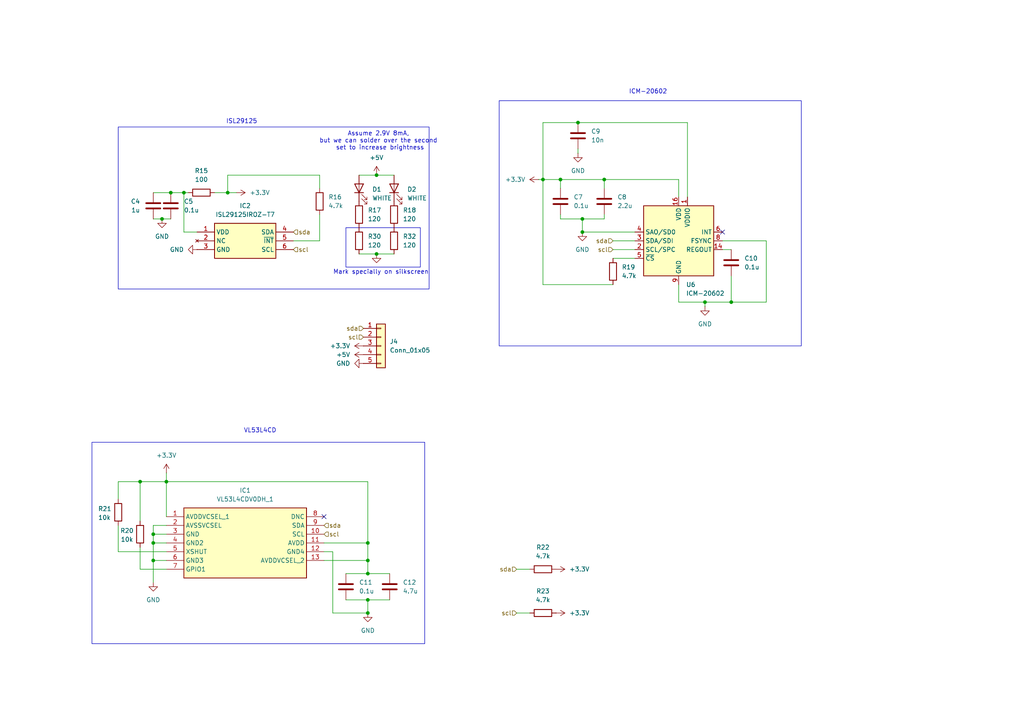
<source format=kicad_sch>
(kicad_sch (version 20250114) (generator "eeschema") (generator_version "9.0")
  (paper "A4")
  (lib_symbols
    (symbol "Connector_Generic:Conn_01x05" (pin_names (offset 1.016) (hide yes))
      (property "Reference" "J" (at 0 7.62 0))
      (property "Value" "Conn_01x05" (at 0 -7.62 0))
      (symbol "Conn_01x05_1_1"
        (rectangle (start -1.27 6.35) (end 1.27 -6.35) (stroke (width 0.254)) (fill (type background)))
        (rectangle (start -1.27 5.207) (end 0 4.953) (stroke (width 0.1524)))
        (rectangle (start -1.27 2.667) (end 0 2.413) (stroke (width 0.1524)))
        (rectangle (start -1.27 0.127) (end 0 -0.127) (stroke (width 0.1524)))
        (rectangle (start -1.27 -2.413) (end 0 -2.667) (stroke (width 0.1524)))
        (rectangle (start -1.27 -4.953) (end 0 -5.207) (stroke (width 0.1524)))
        (pin passive line (at -5.08 5.08 0) (length 3.81) (name "Pin_1") (number "1"))
        (pin passive line (at -5.08 2.54 0) (length 3.81) (name "Pin_2") (number "2"))
        (pin passive line (at -5.08 0 0) (length 3.81) (name "Pin_3") (number "3"))
        (pin passive line (at -5.08 -2.54 0) (length 3.81) (name "Pin_4") (number "4"))
        (pin passive line (at -5.08 -5.08 0) (length 3.81) (name "Pin_5") (number "5"))
      )
    )
    (symbol "Device:C" (pin_numbers (hide yes)) (pin_names (offset 0.254))
      (property "Reference" "C" (at 0.635 2.54 0))
      (property "Value" "C" (at 0.635 -2.54 0))
      (symbol "C_0_1"
        (polyline (pts (xy -2.032 0.762) (xy 2.032 0.762)) (stroke (width 0.508)))
        (polyline (pts (xy -2.032 -0.762) (xy 2.032 -0.762)) (stroke (width 0.508)))
      )
      (symbol "C_1_1"
        (pin passive line (at 0 3.81 270) (length 2.794) (name "~") (number "1"))
        (pin passive line (at 0 -3.81 90) (length 2.794) (name "~") (number "2"))
      )
    )
    (symbol "Device:LED" (pin_numbers (hide yes)) (pin_names (offset 1.016) (hide yes))
      (property "Reference" "D" (at 0 2.54 0))
      (property "Value" "LED" (at 0 -2.54 0))
      (symbol "LED_0_1"
        (polyline (pts (xy -3.048 -0.762) (xy -4.572 -2.286) (xy -3.81 -2.286) (xy -4.572 -2.286) (xy -4.572 -1.524)))
        (polyline (pts (xy -1.778 -0.762) (xy -3.302 -2.286) (xy -2.54 -2.286) (xy -3.302 -2.286) (xy -3.302 -1.524)))
        (polyline (pts (xy -1.27 0) (xy 1.27 0)))
        (polyline (pts (xy -1.27 -1.27) (xy -1.27 1.27)) (stroke (width 0.254)))
        (polyline (pts (xy 1.27 -1.27) (xy 1.27 1.27) (xy -1.27 0) (xy 1.27 -1.27)) (stroke (width 0.254)))
      )
      (symbol "LED_1_1"
        (pin passive line (at -3.81 0 0) (length 2.54) (name "K") (number "1"))
        (pin passive line (at 3.81 0 180) (length 2.54) (name "A") (number "2"))
      )
    )
    (symbol "Device:R" (pin_numbers (hide yes)) (pin_names (offset 0))
      (property "Reference" "R" (at 2.032 0 90))
      (property "Value" "R" (at 0 0 90))
      (symbol "R_0_1"
        (rectangle (start -1.016 -2.54) (end 1.016 2.54) (stroke (width 0.254)))
      )
      (symbol "R_1_1"
        (pin passive line (at 0 3.81 270) (length 1.27) (name "~") (number "1"))
        (pin passive line (at 0 -3.81 90) (length 1.27) (name "~") (number "2"))
      )
    )
    (symbol "ISL29125:ISL29125IROZ-T7"
      (property "Reference" "IC" (at 24.13 7.62 0))
      (property "Value" "ISL29125IROZ-T7" (at 24.13 5.08 0))
      (symbol "ISL29125IROZ-T7_1_1"
        (rectangle (start 5.08 2.54) (end 22.86 -7.62) (stroke (width 0.254)) (fill (type background)))
        (pin passive line (at 0 0 0) (length 5.08) (name "VDD") (number "1"))
        (pin no_connect line (at 0 -2.54 0) (length 5.08) (name "NC") (number "2"))
        (pin passive line (at 0 -5.08 0) (length 5.08) (name "GND") (number "3"))
        (pin passive line (at 27.94 0 180) (length 5.08) (name "SDA") (number "4"))
        (pin passive line (at 27.94 -2.54 180) (length 5.08) (name "~{INT}") (number "5"))
        (pin passive line (at 27.94 -5.08 180) (length 5.08) (name "SCL") (number "6"))
      )
    )
    (symbol "Sensor_Motion:ICM-20602"
      (property "Reference" "U" (at -10.16 11.43 0))
      (property "Value" "ICM-20602" (at 10.16 11.43 0))
      (symbol "ICM-20602_0_1"
        (rectangle (start -10.16 10.16) (end 10.16 -10.16) (stroke (width 0.254)) (fill (type background)))
      )
      (symbol "ICM-20602_1_1"
        (pin bidirectional line (at -12.7 2.54 0) (length 2.54) (name "SAO/SD0") (number "4"))
        (pin bidirectional line (at -12.7 0 0) (length 2.54) (name "SDA/SDI") (number "3"))
        (pin input line (at -12.7 -2.54 0) (length 2.54) (name "SCL/SPC") (number "2"))
        (pin input line (at -12.7 -5.08 0) (length 2.54) (name "~{CS}") (number "5"))
        (pin no_connect line (at -10.16 5.08 0) (length 2.54) (hide yes) (name "RESV") (number "7"))
        (pin power_in line (at 0 12.7 270) (length 2.54) (name "VDD") (number "16"))
        (pin passive line (at 0 -12.7 90) (length 2.54) (hide yes) (name "GND") (number "10"))
        (pin passive line (at 0 -12.7 90) (length 2.54) (hide yes) (name "GND") (number "11"))
        (pin passive line (at 0 -12.7 90) (length 2.54) (hide yes) (name "GND") (number "12"))
        (pin passive line (at 0 -12.7 90) (length 2.54) (hide yes) (name "GND") (number "13"))
        (pin passive line (at 0 -12.7 90) (length 2.54) (hide yes) (name "GND") (number "15"))
        (pin power_in line (at 0 -12.7 90) (length 2.54) (name "GND") (number "9"))
        (pin power_in line (at 2.54 12.7 270) (length 2.54) (name "VDDIO") (number "1"))
        (pin output line (at 12.7 2.54 180) (length 2.54) (name "INT") (number "6"))
        (pin input line (at 12.7 0 180) (length 2.54) (name "FSYNC") (number "8"))
        (pin passive line (at 12.7 -2.54 180) (length 2.54) (name "REGOUT") (number "14"))
      )
    )
    (symbol "VL53L4CDV0DH_1:VL53L4CDV0DH_1"
      (property "Reference" "IC" (at 41.91 7.62 0))
      (property "Value" "VL53L4CDV0DH_1" (at 41.91 5.08 0))
      (symbol "VL53L4CDV0DH_1_1_1"
        (rectangle (start 5.08 2.54) (end 40.64 -17.78) (stroke (width 0.254)) (fill (type background)))
        (pin passive line (at 0 0 0) (length 5.08) (name "AVDDVCSEL_1") (number "1"))
        (pin passive line (at 0 -2.54 0) (length 5.08) (name "AVSSVCSEL") (number "2"))
        (pin passive line (at 0 -5.08 0) (length 5.08) (name "GND") (number "3"))
        (pin passive line (at 0 -7.62 0) (length 5.08) (name "GND2") (number "4"))
        (pin passive line (at 0 -10.16 0) (length 5.08) (name "XSHUT") (number "5"))
        (pin passive line (at 0 -12.7 0) (length 5.08) (name "GND3") (number "6"))
        (pin passive line (at 0 -15.24 0) (length 5.08) (name "GPIO1") (number "7"))
        (pin passive line (at 45.72 0 180) (length 5.08) (name "DNC") (number "8"))
        (pin passive line (at 45.72 -2.54 180) (length 5.08) (name "SDA") (number "9"))
        (pin passive line (at 45.72 -5.08 180) (length 5.08) (name "SCL") (number "10"))
        (pin passive line (at 45.72 -7.62 180) (length 5.08) (name "AVDD") (number "11"))
        (pin passive line (at 45.72 -10.16 180) (length 5.08) (name "GND4") (number "12"))
        (pin passive line (at 45.72 -12.7 180) (length 5.08) (name "AVDDVCSEL_2") (number "13"))
      )
    )
    (symbol "power:+3.3V" (power) (pin_numbers (hide yes)) (pin_names (offset 0) (hide yes))
      (property "Value" "+3.3V" (at 0 3.556 0))
      (symbol "+3.3V_0_1"
        (polyline (pts (xy -0.762 1.27) (xy 0 2.54)))
        (polyline (pts (xy 0 2.54) (xy 0.762 1.27)))
        (polyline (pts (xy 0 0) (xy 0 2.54)))
      )
      (symbol "+3.3V_1_1"
        (pin power_in line (at 0 0 90) (length 0) (name "~") (number "1"))
      )
    )
    (symbol "power:+3V3" (power) (pin_numbers (hide yes)) (pin_names (offset 0) (hide yes))
      (property "Value" "+3V3" (at 0 3.556 0))
      (symbol "+3V3_0_1"
        (polyline (pts (xy -0.762 1.27) (xy 0 2.54)))
        (polyline (pts (xy 0 2.54) (xy 0.762 1.27)))
        (polyline (pts (xy 0 0) (xy 0 2.54)))
      )
      (symbol "+3V3_1_1"
        (pin power_in line (at 0 0 90) (length 0) (name "~") (number "1"))
      )
    )
    (symbol "power:+5V" (power) (pin_numbers (hide yes)) (pin_names (offset 0) (hide yes))
      (property "Value" "+5V" (at 0 3.556 0))
      (symbol "+5V_0_1"
        (polyline (pts (xy -0.762 1.27) (xy 0 2.54)))
        (polyline (pts (xy 0 2.54) (xy 0.762 1.27)))
        (polyline (pts (xy 0 0) (xy 0 2.54)))
      )
      (symbol "+5V_1_1"
        (pin power_in line (at 0 0 90) (length 0) (name "~") (number "1"))
      )
    )
    (symbol "power:GND" (power) (pin_numbers (hide yes)) (pin_names (offset 0) (hide yes))
      (property "Value" "GND" (at 0 -3.81 0))
      (symbol "GND_0_1"
        (polyline (pts (xy 0 0) (xy 0 -1.27) (xy 1.27 -1.27) (xy 0 -2.54) (xy -1.27 -1.27) (xy 0 -1.27)))
      )
      (symbol "GND_1_1"
        (pin power_in line (at 0 0 270) (length 0) (name "~") (number "1"))
      )
    )
  )
  (rectangle (start 26.67 128.27) (end 123.19 186.69))
  (rectangle (start 34.29 36.83) (end 124.46 83.82))
  (rectangle (start 100.33 66.04) (end 121.92 77.47))
  (rectangle (start 144.78 29.21) (end 232.41 100.33))
  (text "Mark specially on silkscreen" (at 110.49 78.994 0) (effects (font (size 1.27 1.27))))
  (text "VL53L4CD\n" (at 75.438 124.968 0) (effects (font (size 1.27 1.27))))
  (text "ICM-20602\n" (at 187.96 26.67 0) (effects (font (size 1.27 1.27))))
  (text "Assume 2.9V 8mA, \nbut we can solder over the second \nset to increase brightness" (at 110.236 40.894 0) (effects (font (size 1.27 1.27))))
  (text "ISL29125\n" (at 70.104 35.306 0) (effects (font (size 1.27 1.27))))
  (junction (at 53.34 55.88))
  (junction (at 44.45 162.56))
  (junction (at 109.22 50.8))
  (junction (at 167.64 35.56))
  (junction (at 212.09 87.63))
  (junction (at 175.26 52.07))
  (junction (at 40.64 139.7))
  (junction (at 106.68 166.37))
  (junction (at 168.91 67.31))
  (junction (at 46.99 63.5))
  (junction (at 66.04 55.88))
  (junction (at 106.68 162.56))
  (junction (at 49.53 55.88))
  (junction (at 168.91 63.5))
  (junction (at 204.47 87.63))
  (junction (at 48.26 139.7))
  (junction (at 106.68 177.8))
  (junction (at 109.22 73.66))
  (junction (at 44.45 157.48))
  (junction (at 157.48 52.07))
  (junction (at 106.68 157.48))
  (junction (at 44.45 154.94))
  (junction (at 106.68 173.99))
  (junction (at 162.56 52.07))
  (no_connect (at 209.55 67.31))
  (no_connect (at 93.98 149.86))
  (wire (pts (xy 196.85 82.55) (xy 196.85 87.63)))
  (wire (pts (xy 177.8 72.39) (xy 184.15 72.39)))
  (wire (pts (xy 222.25 87.63) (xy 212.09 87.63)))
  (wire (pts (xy 222.25 69.85) (xy 222.25 87.63)))
  (wire (pts (xy 53.34 55.88) (xy 53.34 67.31)))
  (wire (pts (xy 40.64 165.1) (xy 40.64 158.75)))
  (wire (pts (xy 66.04 55.88) (xy 68.58 55.88)))
  (wire (pts (xy 93.98 160.02) (xy 96.52 160.02)))
  (wire (pts (xy 204.47 87.63) (xy 204.47 88.9)))
  (wire (pts (xy 204.47 87.63) (xy 212.09 87.63)))
  (wire (pts (xy 44.45 152.4) (xy 44.45 154.94)))
  (wire (pts (xy 40.64 139.7) (xy 40.64 151.13)))
  (wire (pts (xy 209.55 72.39) (xy 212.09 72.39)))
  (wire (pts (xy 177.8 74.93) (xy 184.15 74.93)))
  (wire (pts (xy 156.21 52.07) (xy 157.48 52.07)))
  (wire (pts (xy 85.09 69.85) (xy 92.71 69.85)))
  (wire (pts (xy 175.26 52.07) (xy 196.85 52.07)))
  (wire (pts (xy 48.26 139.7) (xy 106.68 139.7)))
  (wire (pts (xy 196.85 52.07) (xy 196.85 57.15)))
  (wire (pts (xy 100.33 166.37) (xy 106.68 166.37)))
  (wire (pts (xy 44.45 162.56) (xy 44.45 168.91)))
  (wire (pts (xy 167.64 44.45) (xy 167.64 43.18)))
  (wire (pts (xy 177.8 82.55) (xy 157.48 82.55)))
  (wire (pts (xy 199.39 35.56) (xy 167.64 35.56)))
  (wire (pts (xy 177.8 69.85) (xy 184.15 69.85)))
  (wire (pts (xy 149.86 165.1) (xy 153.67 165.1)))
  (wire (pts (xy 96.52 160.02) (xy 96.52 177.8)))
  (wire (pts (xy 48.26 137.16) (xy 48.26 139.7)))
  (wire (pts (xy 53.34 55.88) (xy 54.61 55.88)))
  (wire (pts (xy 109.22 73.66) (xy 114.3 73.66)))
  (wire (pts (xy 92.71 50.8) (xy 92.71 54.61)))
  (wire (pts (xy 106.68 177.8) (xy 106.68 173.99)))
  (wire (pts (xy 48.26 165.1) (xy 40.64 165.1)))
  (wire (pts (xy 162.56 63.5) (xy 162.56 62.23)))
  (wire (pts (xy 44.45 157.48) (xy 48.26 157.48)))
  (wire (pts (xy 104.14 73.66) (xy 109.22 73.66)))
  (wire (pts (xy 162.56 54.61) (xy 162.56 52.07)))
  (wire (pts (xy 106.68 173.99) (xy 113.03 173.99)))
  (wire (pts (xy 92.71 50.8) (xy 66.04 50.8)))
  (wire (pts (xy 109.22 50.8) (xy 114.3 50.8)))
  (wire (pts (xy 44.45 55.88) (xy 49.53 55.88)))
  (wire (pts (xy 106.68 139.7) (xy 106.68 157.48)))
  (wire (pts (xy 46.99 63.5) (xy 49.53 63.5)))
  (wire (pts (xy 93.98 162.56) (xy 106.68 162.56)))
  (wire (pts (xy 34.29 160.02) (xy 48.26 160.02)))
  (wire (pts (xy 168.91 63.5) (xy 168.91 67.31)))
  (wire (pts (xy 175.26 54.61) (xy 175.26 52.07)))
  (wire (pts (xy 199.39 57.15) (xy 199.39 35.56)))
  (wire (pts (xy 34.29 144.78) (xy 34.29 139.7)))
  (wire (pts (xy 149.86 177.8) (xy 153.67 177.8)))
  (wire (pts (xy 104.14 50.8) (xy 109.22 50.8)))
  (wire (pts (xy 48.26 139.7) (xy 48.26 149.86)))
  (wire (pts (xy 34.29 139.7) (xy 40.64 139.7)))
  (wire (pts (xy 212.09 87.63) (xy 212.09 80.01)))
  (wire (pts (xy 157.48 35.56) (xy 167.64 35.56)))
  (wire (pts (xy 157.48 52.07) (xy 157.48 35.56)))
  (wire (pts (xy 168.91 63.5) (xy 175.26 63.5)))
  (wire (pts (xy 34.29 152.4) (xy 34.29 160.02)))
  (wire (pts (xy 106.68 166.37) (xy 113.03 166.37)))
  (wire (pts (xy 162.56 52.07) (xy 175.26 52.07)))
  (wire (pts (xy 62.23 55.88) (xy 66.04 55.88)))
  (wire (pts (xy 157.48 52.07) (xy 162.56 52.07)))
  (wire (pts (xy 44.45 154.94) (xy 48.26 154.94)))
  (wire (pts (xy 106.68 166.37) (xy 106.68 162.56)))
  (wire (pts (xy 66.04 50.8) (xy 66.04 55.88)))
  (wire (pts (xy 57.15 67.31) (xy 53.34 67.31)))
  (wire (pts (xy 44.45 63.5) (xy 46.99 63.5)))
  (wire (pts (xy 196.85 87.63) (xy 204.47 87.63)))
  (wire (pts (xy 49.53 55.88) (xy 53.34 55.88)))
  (wire (pts (xy 106.68 157.48) (xy 106.68 162.56)))
  (wire (pts (xy 157.48 82.55) (xy 157.48 52.07)))
  (wire (pts (xy 162.56 63.5) (xy 168.91 63.5)))
  (wire (pts (xy 44.45 154.94) (xy 44.45 157.48)))
  (wire (pts (xy 96.52 177.8) (xy 106.68 177.8)))
  (wire (pts (xy 48.26 152.4) (xy 44.45 152.4)))
  (wire (pts (xy 100.33 173.99) (xy 106.68 173.99)))
  (wire (pts (xy 93.98 157.48) (xy 106.68 157.48)))
  (wire (pts (xy 175.26 63.5) (xy 175.26 62.23)))
  (wire (pts (xy 44.45 162.56) (xy 48.26 162.56)))
  (wire (pts (xy 40.64 139.7) (xy 48.26 139.7)))
  (wire (pts (xy 168.91 67.31) (xy 184.15 67.31)))
  (wire (pts (xy 209.55 69.85) (xy 222.25 69.85)))
  (wire (pts (xy 92.71 62.23) (xy 92.71 69.85)))
  (wire (pts (xy 44.45 157.48) (xy 44.45 162.56)))
  (hierarchical_label "sda" (shape input) (at 93.98 152.4 0))
  (hierarchical_label "scl" (shape input) (at 149.86 177.8 180))
  (hierarchical_label "sda" (shape input) (at 149.86 165.1 180))
  (hierarchical_label "scl" (shape input) (at 177.8 72.39 180))
  (hierarchical_label "scl" (shape input) (at 85.09 72.39 0))
  (hierarchical_label "sda" (shape input) (at 177.8 69.85 180))
  (hierarchical_label "scl" (shape input) (at 105.41 97.79 180))
  (hierarchical_label "sda" (shape input) (at 85.09 67.31 0))
  (hierarchical_label "sda" (shape input) (at 105.41 95.25 180))
  (hierarchical_label "scl" (shape input) (at 93.98 154.94 0))
  (symbol (lib_id "Device:R") (at 114.3 69.85 0) (unit 1)
    (property "Reference" "R32" (at 116.84 68.5799 0) (effects (justify left)))
    (property "Value" "120" (at 116.84 71.1199 0) (effects (justify left)))
    (property "Footprint" "Resistor_SMD:R_0402_1005Metric" (effects (hide yes)))
    (property "Description" "Resistor" (effects (hide yes)))
    (property "Manufacturer_Name" "UNI-ROYAL(Uniroyal Elec)" (effects (hide yes)))
    (property "Manufacturer_Part_Number" "0402WGF1200TCE" (effects (hide yes)))
    (property "Supplier Name" "JLCPCB" (effects (hide yes)))
    (property "JLCPCB Part" "0402WGF1200TCE" (effects (hide yes)))
  )
  (symbol (lib_id "power:+5V") (at 109.22 50.8 0) (unit 1)
    (property "Reference" "#PWR018" (effects (hide yes)))
    (property "Value" "+5V" (at 109.22 45.72 0))
    (property "Description" "Power symbol creates a global label with name \"+5V\"" (effects (hide yes)))
  )
  (symbol (lib_id "power:GND") (at 167.64 44.45 0) (unit 1)
    (property "Reference" "#PWR026" (effects (hide yes)))
    (property "Value" "GND" (at 167.64 49.53 0))
    (property "Description" "Power symbol creates a global label with name \"GND\" , ground" (effects (hide yes)))
  )
  (symbol (lib_id "Device:C") (at 44.45 59.69 0) (mirror y) (unit 1)
    (property "Reference" "C4" (at 40.64 58.4199 0) (effects (justify left)))
    (property "Value" "1u" (at 40.64 60.9599 0) (effects (justify left)))
    (property "Footprint" "Capacitor_SMD:C_0603_1608Metric_Pad1.08x0.95mm_HandSolder" (effects (hide yes)))
    (property "Description" "Unpolarized capacitor" (effects (hide yes)))
    (property "Supplier Name" "JLCPCB" (effects (hide yes)))
    (property "Supplier Part Number" "C15849" (effects (hide yes)))
    (property "JLCPCB Part" "C15849" (effects (hide yes)))
  )
  (symbol (lib_id "power:+3V3") (at 48.26 137.16 0) (unit 1)
    (property "Reference" "#PWR029" (effects (hide yes)))
    (property "Value" "+3.3V" (at 48.26 132.08 0))
    (property "Description" "Power symbol creates a global label with name \"+3V3\"" (effects (hide yes)))
  )
  (symbol (lib_id "Device:R") (at 157.48 177.8 270) (unit 1)
    (property "Reference" "R23" (at 157.48 171.45 90))
    (property "Value" "4.7k" (at 157.48 173.99 90))
    (property "Footprint" "Resistor_SMD:R_0402_1005Metric_Pad0.72x0.64mm_HandSolder" (effects (hide yes)))
    (property "Description" "Resistor" (effects (hide yes)))
    (property "Supplier Name" "JLCPCB" (effects (hide yes)))
    (property "Manufacturer_Name" "UNI-ROYAL(Uniroyal Elec)" (effects (hide yes)))
    (property "Manufacturer_Part_Number" "0402WGF4701TCE" (effects (hide yes)))
    (property "JLCPCB Part" "0402WGF4701TCE" (effects (hide yes)))
  )
  (symbol (lib_id "power:GND") (at 168.91 67.31 0) (unit 1)
    (property "Reference" "#PWR025" (effects (hide yes)))
    (property "Value" "GND" (at 168.91 72.39 0))
    (property "Description" "Power symbol creates a global label with name \"GND\" , ground" (effects (hide yes)))
  )
  (symbol (lib_id "power:GND") (at 44.45 168.91 0) (unit 1)
    (property "Reference" "#PWR047" (effects (hide yes)))
    (property "Value" "GND" (at 44.45 173.99 0))
    (property "Description" "Power symbol creates a global label with name \"GND\" , ground" (effects (hide yes)))
  )
  (symbol (lib_id "Device:R") (at 92.71 58.42 0) (unit 1)
    (property "Reference" "R16" (at 95.25 57.1499 0) (effects (justify left)))
    (property "Value" "4.7k" (at 95.25 59.6899 0) (effects (justify left)))
    (property "Footprint" "Resistor_SMD:R_0402_1005Metric_Pad0.72x0.64mm_HandSolder" (effects (hide yes)))
    (property "Description" "Resistor" (effects (hide yes)))
    (property "Supplier Name" "JLCPCB" (effects (hide yes)))
    (property "Manufacturer_Name" "UNI-ROYAL(Uniroyal Elec)" (effects (hide yes)))
    (property "Manufacturer_Part_Number" "0402WGF4701TCE" (effects (hide yes)))
    (property "JLCPCB Part" "0402WGF4701TCE" (effects (hide yes)))
  )
  (symbol (lib_id "Device:R") (at 157.48 165.1 270) (unit 1)
    (property "Reference" "R22" (at 157.48 158.75 90))
    (property "Value" "4.7k" (at 157.48 161.29 90))
    (property "Footprint" "Resistor_SMD:R_0402_1005Metric_Pad0.72x0.64mm_HandSolder" (effects (hide yes)))
    (property "Description" "Resistor" (effects (hide yes)))
    (property "Supplier Name" "JLCPCB" (effects (hide yes)))
    (property "Manufacturer_Name" "UNI-ROYAL(Uniroyal Elec)" (effects (hide yes)))
    (property "Manufacturer_Part_Number" "0402WGF4701TCE" (effects (hide yes)))
    (property "JLCPCB Part" "0402WGF4701TCE" (effects (hide yes)))
  )
  (symbol (lib_id "Device:C") (at 49.53 59.69 0) (unit 1)
    (property "Reference" "C5" (at 53.34 58.4199 0) (effects (justify left)))
    (property "Value" "0.1u" (at 53.34 60.9599 0) (effects (justify left)))
    (property "Footprint" "Capacitor_SMD:C_0402_1005Metric_Pad0.74x0.62mm_HandSolder" (effects (hide yes)))
    (property "Description" "Unpolarized capacitor" (effects (hide yes)))
    (property "Supplier Name" "JLCPCB" (effects (hide yes)))
    (property "Supplier Part Number" "C307331" (effects (hide yes)))
    (property "JLCPCB Part" "C307331" (effects (hide yes)))
  )
  (symbol (lib_id "power:+3.3V") (at 161.29 177.8 270) (unit 1)
    (property "Reference" "#PWR031" (effects (hide yes)))
    (property "Value" "+3.3V" (at 165.1 177.7999 90) (effects (justify left)))
    (property "Description" "Power symbol creates a global label with name \"+3.3V\"" (effects (hide yes)))
  )
  (symbol (lib_id "Device:R") (at 40.64 154.94 180) (unit 1)
    (property "Reference" "R20" (at 36.83 153.924 0))
    (property "Value" "10k" (at 36.83 156.464 0))
    (property "Footprint" "Resistor_SMD:R_0402_1005Metric_Pad0.72x0.64mm_HandSolder" (effects (hide yes)))
    (property "Description" "Resistor" (effects (hide yes)))
    (property "Supplier Name" "JLCPCB" (effects (hide yes)))
    (property "Manufacturer_Name" "UNI-ROYAL(Uniroyal Elec)" (effects (hide yes)))
    (property "Manufacturer_Part_Number" "0402WGF1002TCE" (effects (hide yes)))
    (property "JLCPCB Part" "0402WGF1002TCE" (effects (hide yes)))
  )
  (symbol (lib_id "power:+3V3") (at 105.41 100.33 90) (unit 1)
    (property "Reference" "#PWR022" (effects (hide yes)))
    (property "Value" "+3.3V" (at 101.6 100.3299 90) (effects (justify left)))
    (property "Description" "Power symbol creates a global label with name \"+3V3\"" (effects (hide yes)))
  )
  (symbol (lib_id "Device:C") (at 167.64 39.37 0) (unit 1)
    (property "Reference" "C9" (at 171.45 38.0999 0) (effects (justify left)))
    (property "Value" "10n" (at 171.45 40.6399 0) (effects (justify left)))
    (property "Footprint" "Capacitor_SMD:C_0402_1005Metric_Pad0.74x0.62mm_HandSolder" (effects (hide yes)))
    (property "Description" "Unpolarized capacitor" (effects (hide yes)))
    (property "Supplier Name" "JLCPCB" (effects (hide yes)))
    (property "Supplier Part Number" "C15195" (effects (hide yes)))
    (property "JLCPCB Part" "C15195" (effects (hide yes)))
  )
  (symbol (lib_id "Device:LED") (at 114.3 54.61 90) (unit 1)
    (property "Reference" "D2" (at 118.11 54.9274 90) (effects (justify right)))
    (property "Value" "WHITE" (at 118.11 57.4674 90) (effects (justify right)))
    (property "Footprint" "LED_SMD:LED_0805_2012Metric_Pad1.15x1.40mm_HandSolder" (effects (hide yes)))
    (property "Description" "Light emitting diode" (effects (hide yes)))
    (property "Sim.Pins" "1=K 2=A" (effects (hide yes)))
    (property "Supplier Name" "JLCPCB" (effects (hide yes)))
    (property "Supplier Part Number" "C34499" (effects (hide yes)))
    (property "Variant" "COLOR" (effects (hide yes)))
    (property "JLCPCB Part" "C34499" (effects (hide yes)))
  )
  (symbol (lib_id "power:+3.3V") (at 156.21 52.07 90) (unit 1)
    (property "Reference" "#PWR024" (effects (hide yes)))
    (property "Value" "+3.3V" (at 152.4 52.0699 90) (effects (justify left)))
    (property "Description" "Power symbol creates a global label with name \"+3.3V\"" (effects (hide yes)))
  )
  (symbol (lib_id "power:GND") (at 204.47 88.9 0) (unit 1)
    (property "Reference" "#PWR027" (effects (hide yes)))
    (property "Value" "GND" (at 204.47 93.98 0))
    (property "Description" "Power symbol creates a global label with name \"GND\" , ground" (effects (hide yes)))
  )
  (symbol (lib_id "power:GND") (at 46.99 63.5 0) (unit 1)
    (property "Reference" "#PWR017" (effects (hide yes)))
    (property "Value" "GND" (at 46.99 68.58 0))
    (property "Description" "Power symbol creates a global label with name \"GND\" , ground" (effects (hide yes)))
  )
  (symbol (lib_id "power:GND") (at 109.22 73.66 0) (unit 1)
    (property "Reference" "#PWR019" (effects (hide yes)))
    (property "Value" "GND" (effects (hide yes)))
    (property "Description" "Power symbol creates a global label with name \"GND\" , ground" (effects (hide yes)))
  )
  (symbol (lib_id "Device:R") (at 104.14 69.85 0) (unit 1)
    (property "Reference" "R30" (at 106.68 68.5799 0) (effects (justify left)))
    (property "Value" "120" (at 106.68 71.1199 0) (effects (justify left)))
    (property "Footprint" "Resistor_SMD:R_0402_1005Metric" (effects (hide yes)))
    (property "Description" "Resistor" (effects (hide yes)))
    (property "Manufacturer_Name" "UNI-ROYAL(Uniroyal Elec)" (effects (hide yes)))
    (property "Manufacturer_Part_Number" "0402WGF1200TCE" (effects (hide yes)))
    (property "Supplier Name" "JLCPCB" (effects (hide yes)))
    (property "JLCPCB Part" "0402WGF1200TCE" (effects (hide yes)))
  )
  (symbol (lib_id "ISL29125:ISL29125IROZ-T7") (at 57.15 67.31 0) (unit 1)
    (property "Reference" "IC2" (at 71.12 59.69 0))
    (property "Value" "ISL29125IROZ-T7" (at 71.12 62.23 0))
    (property "Footprint" "ISL29125:ISL29125IROZT7" (effects (hide yes)))
    (property "Datasheet" "https://www.renesas.com/en-us/www/doc/datasheet/isl29125.pdf" (effects (hide yes)))
    (property "Description" "The ISL29125 is a low power, high sensitivity, RED, GREEN and BLUE color light sensor (RGB) with an I2C (SMBus compatible) interface. Its state-of-the-art photodiode array provides an accurate RGB spectral response and excellent light source to light source variation (LS2LS). The ISL29125 is designed to reject IR in light sources allowing the device to operate in environments from sunlight to dark rooms. The integrating ADC rejects 50Hz and 60Hz flicker caused by artificial light sources. A selectable range" (effects (hide yes)))
    (property "Height" "0.75" (effects (hide yes)))
    (property "Manufacturer_Name" "Renesas Electronics" (effects (hide yes)))
    (property "Manufacturer_Part_Number" "ISL29125IROZ-T7" (effects (hide yes)))
    (property "Mouser Part Number" "968-ISL29125IROZ-T7" (effects (hide yes)))
    (property "Mouser Price/Stock" "https://www.mouser.co.uk/ProductDetail/Renesas-Intersil/ISL29125IROZ-T7/?qs=8EBwJ8mibj2u1svZyuG5jQ%3D%3D" (effects (hide yes)))
    (property "Arrow Part Number" "ISL29125IROZ-T7" (effects (hide yes)))
    (property "Arrow Price/Stock" "https://www.arrow.com/en/products/isl29125iroz-t7/intersil" (effects (hide yes)))
    (property "Supplier Name" "JLCPCB" (effects (hide yes)))
    (property "Supplier Part Number" "C2654928" (effects (hide yes)))
    (property "Variant" "COLOR" (effects (hide yes)))
    (property "JLCPCB Part" "C2654928" (effects (hide yes)))
  )
  (symbol (lib_id "Device:C") (at 113.03 170.18 0) (unit 1)
    (property "Reference" "C12" (at 116.84 168.9099 0) (effects (justify left)))
    (property "Value" "4.7u" (at 116.84 171.4499 0) (effects (justify left)))
    (property "Footprint" "Capacitor_SMD:C_0603_1608Metric_Pad1.08x0.95mm_HandSolder" (effects (hide yes)))
    (property "Description" "Unpolarized capacitor" (effects (hide yes)))
    (property "Supplier Name" "JLCPCB" (effects (hide yes)))
    (property "Supplier Part Number" "C19666" (effects (hide yes)))
    (property "JLCPCB Part" "C19666" (effects (hide yes)))
  )
  (symbol (lib_id "Connector_Generic:Conn_01x05") (at 110.49 100.33 0) (unit 1)
    (property "Reference" "J4" (at 113.03 99.0599 0) (effects (justify left)))
    (property "Value" "Conn_01x05" (at 113.03 101.5999 0) (effects (justify left)))
    (property "Footprint" "Connector_PinHeader_1.00mm:PinHeader_1x05_P1.00mm_Vertical" (effects (hide yes)))
    (property "Description" "Generic connector, single row, 01x05, script generated (kicad-library-utils/schlib/autogen/connector/)" (effects (hide yes)))
  )
  (symbol (lib_id "Device:R") (at 177.8 78.74 180) (unit 1)
    (property "Reference" "R19" (at 180.34 77.4699 0) (effects (justify right)))
    (property "Value" "4.7k" (at 180.34 80.0099 0) (effects (justify right)))
    (property "Footprint" "Resistor_SMD:R_0402_1005Metric_Pad0.72x0.64mm_HandSolder" (effects (hide yes)))
    (property "Description" "Resistor" (effects (hide yes)))
    (property "Supplier Name" "JLCPCB" (effects (hide yes)))
    (property "Manufacturer_Name" "UNI-ROYAL(Uniroyal Elec)" (effects (hide yes)))
    (property "Manufacturer_Part_Number" "0402WGF4701TCE" (effects (hide yes)))
    (property "JLCPCB Part" "0402WGF4701TCE" (effects (hide yes)))
  )
  (symbol (lib_id "Device:R") (at 114.3 62.23 0) (unit 1)
    (property "Reference" "R18" (at 116.84 60.9599 0) (effects (justify left)))
    (property "Value" "120" (at 116.84 63.4999 0) (effects (justify left)))
    (property "Footprint" "Resistor_SMD:R_0402_1005Metric" (effects (hide yes)))
    (property "Description" "Resistor" (effects (hide yes)))
    (property "Manufacturer_Name" "UNI-ROYAL(Uniroyal Elec)" (effects (hide yes)))
    (property "Manufacturer_Part_Number" "0402WGF1200TCE" (effects (hide yes)))
    (property "Supplier Name" "JLCPCB" (effects (hide yes)))
    (property "JLCPCB Part" "0402WGF1200TCE" (effects (hide yes)))
  )
  (symbol (lib_id "power:+3V3") (at 68.58 55.88 270) (unit 1)
    (property "Reference" "#PWR050" (effects (hide yes)))
    (property "Value" "+3.3V" (at 72.39 55.8799 90) (effects (justify left)))
    (property "Description" "Power symbol creates a global label with name \"+3V3\"" (effects (hide yes)))
  )
  (symbol (lib_id "Device:LED") (at 104.14 54.61 90) (unit 1)
    (property "Reference" "D1" (at 107.95 54.9274 90) (effects (justify right)))
    (property "Value" "WHITE" (at 107.95 57.4674 90) (effects (justify right)))
    (property "Footprint" "LED_SMD:LED_0805_2012Metric_Pad1.15x1.40mm_HandSolder" (effects (hide yes)))
    (property "Description" "Light emitting diode" (effects (hide yes)))
    (property "Sim.Pins" "1=K 2=A" (effects (hide yes)))
    (property "Supplier Name" "JLCPCB" (effects (hide yes)))
    (property "Supplier Part Number" "C34499" (effects (hide yes)))
    (property "Variant" "COLOR" (effects (hide yes)))
    (property "JLCPCB Part" "C34499" (effects (hide yes)))
  )
  (symbol (lib_id "Device:C") (at 212.09 76.2 0) (unit 1)
    (property "Reference" "C10" (at 215.9 74.9299 0) (effects (justify left)))
    (property "Value" "0.1u" (at 215.9 77.4699 0) (effects (justify left)))
    (property "Footprint" "Capacitor_SMD:C_0402_1005Metric_Pad0.74x0.62mm_HandSolder" (effects (hide yes)))
    (property "Description" "Unpolarized capacitor" (effects (hide yes)))
    (property "Supplier Name" "JLCPCB" (effects (hide yes)))
    (property "Supplier Part Number" "C307331" (effects (hide yes)))
    (property "JLCPCB Part" "C307331" (effects (hide yes)))
  )
  (symbol (lib_id "Sensor_Motion:ICM-20602") (at 196.85 69.85 0) (unit 1)
    (property "Reference" "U6" (at 198.9933 82.55 0) (effects (justify left)))
    (property "Value" "ICM-20602" (at 198.9933 85.09 0) (effects (justify left)))
    (property "Footprint" "Package_LGA:LGA-16_3x3mm_P0.5mm_LayoutBorder3x5y" (effects (hide yes)))
    (property "Datasheet" "http://www.invensense.com/wp-content/uploads/2016/10/DS-000176-ICM-20602-v1.0.pdf" (effects (hide yes)))
    (property "Description" "High performance 6-Axis MEMS motion tracking, SPI/I2C interface, LGA-16" (effects (hide yes)))
    (property "Manufacturer_Part_Number" "ICM-20602" (effects (hide yes)))
    (property "Supplier Name" "JLCPCB" (effects (hide yes)))
    (property "Supplier Part Number" "C97633" (effects (hide yes)))
    (property "Variant" "IMU" (effects (hide yes)))
    (property "JLCPCB Part" "C97633" (effects (hide yes)))
  )
  (symbol (lib_id "Device:C") (at 162.56 58.42 0) (unit 1)
    (property "Reference" "C7" (at 166.37 57.1499 0) (effects (justify left)))
    (property "Value" "0.1u" (at 166.37 59.6899 0) (effects (justify left)))
    (property "Footprint" "Capacitor_SMD:C_0402_1005Metric_Pad0.74x0.62mm_HandSolder" (effects (hide yes)))
    (property "Description" "Unpolarized capacitor" (effects (hide yes)))
    (property "Supplier Name" "JLCPCB" (effects (hide yes)))
    (property "Supplier Part Number" "C307331" (effects (hide yes)))
    (property "JLCPCB Part" "C307331" (effects (hide yes)))
  )
  (symbol (lib_id "Device:R") (at 34.29 148.59 0) (unit 1)
    (property "Reference" "R21" (at 28.448 147.574 0) (effects (justify left)))
    (property "Value" "10k" (at 28.448 150.114 0) (effects (justify left)))
    (property "Footprint" "Resistor_SMD:R_0402_1005Metric_Pad0.72x0.64mm_HandSolder" (effects (hide yes)))
    (property "Description" "Resistor" (effects (hide yes)))
    (property "Supplier Name" "JLCPCB" (effects (hide yes)))
    (property "Manufacturer_Name" "UNI-ROYAL(Uniroyal Elec)" (effects (hide yes)))
    (property "Manufacturer_Part_Number" "0402WGF1002TCE" (effects (hide yes)))
    (property "JLCPCB Part" "0402WGF1002TCE" (effects (hide yes)))
  )
  (symbol (lib_id "power:GND") (at 57.15 72.39 270) (unit 1)
    (property "Reference" "#PWR016" (effects (hide yes)))
    (property "Value" "GND" (at 53.34 72.3899 90) (effects (justify right)))
    (property "Description" "Power symbol creates a global label with name \"GND\" , ground" (effects (hide yes)))
  )
  (symbol (lib_id "power:+3.3V") (at 161.29 165.1 270) (unit 1)
    (property "Reference" "#PWR030" (effects (hide yes)))
    (property "Value" "+3.3V" (at 165.1 165.0999 90) (effects (justify left)))
    (property "Description" "Power symbol creates a global label with name \"+3.3V\"" (effects (hide yes)))
  )
  (symbol (lib_id "Device:C") (at 100.33 170.18 0) (unit 1)
    (property "Reference" "C11" (at 104.14 168.9099 0) (effects (justify left)))
    (property "Value" "0.1u" (at 104.14 171.4499 0) (effects (justify left)))
    (property "Footprint" "Capacitor_SMD:C_0402_1005Metric_Pad0.74x0.62mm_HandSolder" (effects (hide yes)))
    (property "Description" "Unpolarized capacitor" (effects (hide yes)))
    (property "Supplier Name" "JLCPCB" (effects (hide yes)))
    (property "Supplier Part Number" "C307331" (effects (hide yes)))
    (property "JLCPCB Part" "C307331" (effects (hide yes)))
  )
  (symbol (lib_id "Device:C") (at 175.26 58.42 0) (unit 1)
    (property "Reference" "C8" (at 179.07 57.1499 0) (effects (justify left)))
    (property "Value" "2.2u" (at 179.07 59.6899 0) (effects (justify left)))
    (property "Footprint" "Capacitor_SMD:C_0603_1608Metric_Pad1.08x0.95mm_HandSolder" (effects (hide yes)))
    (property "Description" "Unpolarized capacitor" (effects (hide yes)))
    (property "Supplier Name" "JLCPCB" (effects (hide yes)))
    (property "Supplier Part Number" "C23630" (effects (hide yes)))
    (property "JLCPCB Part" "C23630" (effects (hide yes)))
  )
  (symbol (lib_id "Device:R") (at 58.42 55.88 90) (unit 1)
    (property "Reference" "R15" (at 58.42 49.53 90))
    (property "Value" "100" (at 58.42 52.07 90))
    (property "Footprint" "Resistor_SMD:R_0402_1005Metric_Pad0.72x0.64mm_HandSolder" (effects (hide yes)))
    (property "Description" "Resistor" (effects (hide yes)))
    (property "Supplier Name" "JLCPCB" (effects (hide yes)))
    (property "Manufacturer_Name" "UNI-ROYAL(Uniroyal Elec)" (effects (hide yes)))
    (property "Manufacturer_Part_Number" "0402WGF1000TCE" (effects (hide yes)))
    (property "JLCPCB Part" "0402WGF1000TCE" (effects (hide yes)))
  )
  (symbol (lib_id "power:GND") (at 106.68 177.8 0) (unit 1)
    (property "Reference" "#PWR028" (effects (hide yes)))
    (property "Value" "GND" (at 106.68 182.88 0))
    (property "Description" "Power symbol creates a global label with name \"GND\" , ground" (effects (hide yes)))
  )
  (symbol (lib_id "power:GND") (at 105.41 105.41 270) (unit 1)
    (property "Reference" "#PWR020" (effects (hide yes)))
    (property "Value" "GND" (at 101.6 105.4099 90) (effects (justify right)))
    (property "Description" "Power symbol creates a global label with name \"GND\" , ground" (effects (hide yes)))
  )
  (symbol (lib_id "Device:R") (at 104.14 62.23 0) (unit 1)
    (property "Reference" "R17" (at 106.68 60.9599 0) (effects (justify left)))
    (property "Value" "120" (at 106.68 63.4999 0) (effects (justify left)))
    (property "Footprint" "Resistor_SMD:R_0402_1005Metric" (effects (hide yes)))
    (property "Description" "Resistor" (effects (hide yes)))
    (property "Manufacturer_Name" "UNI-ROYAL(Uniroyal Elec)" (effects (hide yes)))
    (property "Manufacturer_Part_Number" "0402WGF1200TCE" (effects (hide yes)))
    (property "Supplier Name" "JLCPCB" (effects (hide yes)))
    (property "JLCPCB Part" "0402WGF1200TCE" (effects (hide yes)))
  )
  (symbol (lib_id "VL53L4CDV0DH_1:VL53L4CDV0DH_1") (at 48.26 149.86 0) (unit 1)
    (property "Reference" "IC1" (at 71.12 142.24 0))
    (property "Value" "VL53L4CDV0DH_1" (at 71.12 144.78 0))
    (property "Footprint" "VL53L4CD:VL53L4CDV0DH1" (effects (hide yes)))
    (property "Datasheet" "https://www.st.com/resource/en/datasheet/vl53l4cd.pdf" (effects (hide yes)))
    (property "Description" "Time-of-Flight high accuracy proximity sensor" (effects (hide yes)))
    (property "Height" "1.05" (effects (hide yes)))
    (property "Manufacturer_Name" "STMicroelectronics" (effects (hide yes)))
    (property "Manufacturer_Part_Number" "VL53L4CDV0DH/1" (effects (hide yes)))
    (property "Mouser Part Number" "511-VL53L4CDV0DH/1" (effects (hide yes)))
    (property "Mouser Price/Stock" "https://www.mouser.co.uk/ProductDetail/STMicroelectronics/VL53L4CDV0DH-1?qs=QNEnbhJQKvbi4wYY5Ymy8w%3D%3D" (effects (hide yes)))
    (property "Arrow Part Number" "VL53L4CDV0DH/1" (effects (hide yes)))
    (property "Arrow Price/Stock" "https://www.arrow.com/en/products/vl53l4cdv0dh1/stmicroelectronics?utm_currency=USD&region=nac" (effects (hide yes)))
    (property "Supplier Name" "JLCPCB" (effects (hide yes)))
    (property "Supplier Part Number" " C3178291" (effects (hide yes)))
    (property "Variant" "DISTANCE" (effects (hide yes)))
    (property "JLCPCB Part" " C3178291" (effects (hide yes)))
  )
  (symbol (lib_id "power:+5V") (at 105.41 102.87 90) (unit 1)
    (property "Reference" "#PWR021" (effects (hide yes)))
    (property "Value" "+5V" (at 101.6 102.8699 90) (effects (justify left)))
    (property "Description" "Power symbol creates a global label with name \"+5V\"" (effects (hide yes)))
  )
)
</source>
